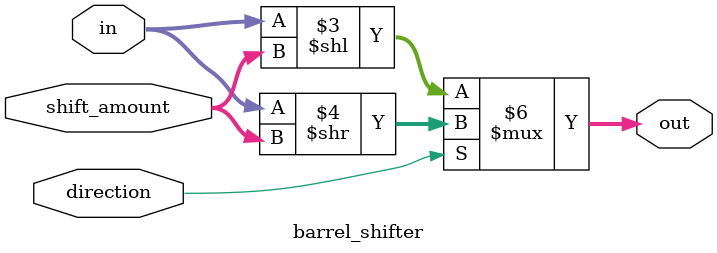
<source format=v>
module barrel_shifter (
    input [7:0] in,
    input [2:0] shift_amount,
    input direction,
    output reg [7:0] out
);

    always @(*) begin
        if (direction == 0) begin // left shift
            out = in << shift_amount;
        end else begin // right shift
            out = in >> shift_amount;
        end
    end

endmodule
</source>
